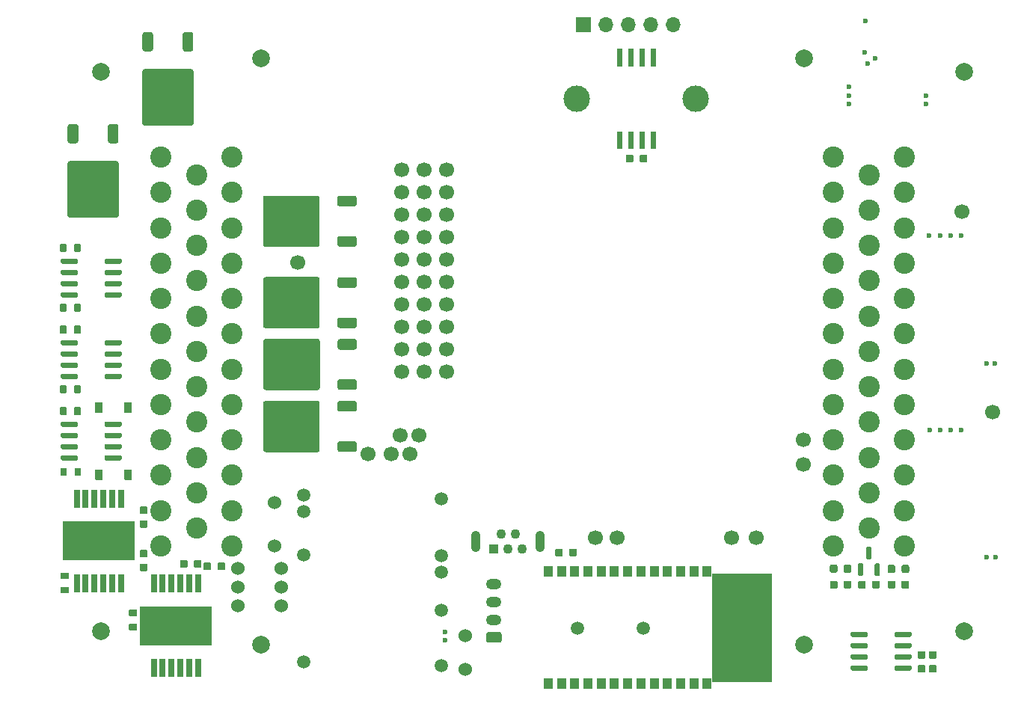
<source format=gts>
G04 #@! TF.GenerationSoftware,KiCad,Pcbnew,8.0.8-8.0.8-0~ubuntu24.04.1*
G04 #@! TF.CreationDate,2025-02-06T10:14:42+00:00*
G04 #@! TF.ProjectId,MST01,4d535430-312e-46b6-9963-61645f706362,D*
G04 #@! TF.SameCoordinates,PX440a368PY8a86a58*
G04 #@! TF.FileFunction,Soldermask,Top*
G04 #@! TF.FilePolarity,Negative*
%FSLAX46Y46*%
G04 Gerber Fmt 4.6, Leading zero omitted, Abs format (unit mm)*
G04 Created by KiCad (PCBNEW 8.0.8-8.0.8-0~ubuntu24.04.1) date 2025-02-06 10:14:42*
%MOMM*%
%LPD*%
G01*
G04 APERTURE LIST*
%ADD10C,0.120000*%
%ADD11C,3.000000*%
%ADD12C,1.700000*%
%ADD13C,0.600000*%
%ADD14R,1.100000X1.100000*%
%ADD15C,1.100000*%
%ADD16O,1.100000X2.400000*%
%ADD17C,2.000000*%
%ADD18C,2.400000*%
%ADD19C,1.500000*%
%ADD20R,0.650000X2.000000*%
%ADD21R,8.100000X4.500000*%
%ADD22R,1.000000X1.300000*%
%ADD23R,1.700000X1.700000*%
%ADD24O,1.700000X1.700000*%
%ADD25O,1.750000X1.200000*%
%ADD26C,1.524000*%
%ADD27C,0.599999*%
G04 APERTURE END LIST*
G04 #@! TO.C,U5*
D10*
X81450000Y13325000D02*
X74750000Y13325000D01*
X74750000Y1125000D01*
X81450000Y1125000D01*
X81450000Y13325000D01*
G36*
X81450000Y13325000D02*
G01*
X74750000Y13325000D01*
X74750000Y1125000D01*
X81450000Y1125000D01*
X81450000Y13325000D01*
G37*
G04 #@! TD*
D11*
G04 #@! TO.C,H1*
X59405000Y67055000D03*
G04 #@! TD*
G04 #@! TO.C,D8*
G36*
G01*
X91675000Y13020000D02*
X91375000Y13020000D01*
G75*
G02*
X91225000Y13170000I0J150000D01*
G01*
X91225000Y14345000D01*
G75*
G02*
X91375000Y14495000I150000J0D01*
G01*
X91675000Y14495000D01*
G75*
G02*
X91825000Y14345000I0J-150000D01*
G01*
X91825000Y13170000D01*
G75*
G02*
X91675000Y13020000I-150000J0D01*
G01*
G37*
G36*
G01*
X93575000Y13020000D02*
X93275000Y13020000D01*
G75*
G02*
X93125000Y13170000I0J150000D01*
G01*
X93125000Y14345000D01*
G75*
G02*
X93275000Y14495000I150000J0D01*
G01*
X93575000Y14495000D01*
G75*
G02*
X93725000Y14345000I0J-150000D01*
G01*
X93725000Y13170000D01*
G75*
G02*
X93575000Y13020000I-150000J0D01*
G01*
G37*
G36*
G01*
X92625000Y14895000D02*
X92325000Y14895000D01*
G75*
G02*
X92175000Y15045000I0J150000D01*
G01*
X92175000Y16220000D01*
G75*
G02*
X92325000Y16370000I150000J0D01*
G01*
X92625000Y16370000D01*
G75*
G02*
X92775000Y16220000I0J-150000D01*
G01*
X92775000Y15045000D01*
G75*
G02*
X92625000Y14895000I-150000J0D01*
G01*
G37*
G04 #@! TD*
G04 #@! TO.C,U7*
G36*
G01*
X990000Y30075000D02*
X990000Y30375000D01*
G75*
G02*
X1140000Y30525000I150000J0D01*
G01*
X2790000Y30525000D01*
G75*
G02*
X2940000Y30375000I0J-150000D01*
G01*
X2940000Y30075000D01*
G75*
G02*
X2790000Y29925000I-150000J0D01*
G01*
X1140000Y29925000D01*
G75*
G02*
X990000Y30075000I0J150000D01*
G01*
G37*
G36*
G01*
X990000Y28805000D02*
X990000Y29105000D01*
G75*
G02*
X1140000Y29255000I150000J0D01*
G01*
X2790000Y29255000D01*
G75*
G02*
X2940000Y29105000I0J-150000D01*
G01*
X2940000Y28805000D01*
G75*
G02*
X2790000Y28655000I-150000J0D01*
G01*
X1140000Y28655000D01*
G75*
G02*
X990000Y28805000I0J150000D01*
G01*
G37*
G36*
G01*
X990000Y27535000D02*
X990000Y27835000D01*
G75*
G02*
X1140000Y27985000I150000J0D01*
G01*
X2790000Y27985000D01*
G75*
G02*
X2940000Y27835000I0J-150000D01*
G01*
X2940000Y27535000D01*
G75*
G02*
X2790000Y27385000I-150000J0D01*
G01*
X1140000Y27385000D01*
G75*
G02*
X990000Y27535000I0J150000D01*
G01*
G37*
G36*
G01*
X990000Y26265000D02*
X990000Y26565000D01*
G75*
G02*
X1140000Y26715000I150000J0D01*
G01*
X2790000Y26715000D01*
G75*
G02*
X2940000Y26565000I0J-150000D01*
G01*
X2940000Y26265000D01*
G75*
G02*
X2790000Y26115000I-150000J0D01*
G01*
X1140000Y26115000D01*
G75*
G02*
X990000Y26265000I0J150000D01*
G01*
G37*
G36*
G01*
X5940000Y26265000D02*
X5940000Y26565000D01*
G75*
G02*
X6090000Y26715000I150000J0D01*
G01*
X7740000Y26715000D01*
G75*
G02*
X7890000Y26565000I0J-150000D01*
G01*
X7890000Y26265000D01*
G75*
G02*
X7740000Y26115000I-150000J0D01*
G01*
X6090000Y26115000D01*
G75*
G02*
X5940000Y26265000I0J150000D01*
G01*
G37*
G36*
G01*
X5940000Y27535000D02*
X5940000Y27835000D01*
G75*
G02*
X6090000Y27985000I150000J0D01*
G01*
X7740000Y27985000D01*
G75*
G02*
X7890000Y27835000I0J-150000D01*
G01*
X7890000Y27535000D01*
G75*
G02*
X7740000Y27385000I-150000J0D01*
G01*
X6090000Y27385000D01*
G75*
G02*
X5940000Y27535000I0J150000D01*
G01*
G37*
G36*
G01*
X5940000Y28805000D02*
X5940000Y29105000D01*
G75*
G02*
X6090000Y29255000I150000J0D01*
G01*
X7740000Y29255000D01*
G75*
G02*
X7890000Y29105000I0J-150000D01*
G01*
X7890000Y28805000D01*
G75*
G02*
X7740000Y28655000I-150000J0D01*
G01*
X6090000Y28655000D01*
G75*
G02*
X5940000Y28805000I0J150000D01*
G01*
G37*
G36*
G01*
X5940000Y30075000D02*
X5940000Y30375000D01*
G75*
G02*
X6090000Y30525000I150000J0D01*
G01*
X7740000Y30525000D01*
G75*
G02*
X7890000Y30375000I0J-150000D01*
G01*
X7890000Y30075000D01*
G75*
G02*
X7740000Y29925000I-150000J0D01*
G01*
X6090000Y29925000D01*
G75*
G02*
X5940000Y30075000I0J150000D01*
G01*
G37*
G04 #@! TD*
D12*
G04 #@! TO.C,P9*
X27795000Y48545000D03*
G04 #@! TD*
G04 #@! TO.C,C27*
G36*
G01*
X67400001Y60629994D02*
X67400001Y59949994D01*
G75*
G02*
X67315001Y59864994I-85000J0D01*
G01*
X66635001Y59864994D01*
G75*
G02*
X66550001Y59949994I0J85000D01*
G01*
X66550001Y60629994D01*
G75*
G02*
X66635001Y60714994I85000J0D01*
G01*
X67315001Y60714994D01*
G75*
G02*
X67400001Y60629994I0J-85000D01*
G01*
G37*
G36*
G01*
X65819999Y60629994D02*
X65819999Y59949994D01*
G75*
G02*
X65734999Y59864994I-85000J0D01*
G01*
X65054999Y59864994D01*
G75*
G02*
X64969999Y59949994I0J85000D01*
G01*
X64969999Y60629994D01*
G75*
G02*
X65054999Y60714994I85000J0D01*
G01*
X65734999Y60714994D01*
G75*
G02*
X65819999Y60629994I0J-85000D01*
G01*
G37*
G04 #@! TD*
G04 #@! TO.C,U10*
G36*
G01*
X1005000Y39290000D02*
X1005000Y39590000D01*
G75*
G02*
X1155000Y39740000I150000J0D01*
G01*
X2805000Y39740000D01*
G75*
G02*
X2955000Y39590000I0J-150000D01*
G01*
X2955000Y39290000D01*
G75*
G02*
X2805000Y39140000I-150000J0D01*
G01*
X1155000Y39140000D01*
G75*
G02*
X1005000Y39290000I0J150000D01*
G01*
G37*
G36*
G01*
X1005000Y38020000D02*
X1005000Y38320000D01*
G75*
G02*
X1155000Y38470000I150000J0D01*
G01*
X2805000Y38470000D01*
G75*
G02*
X2955000Y38320000I0J-150000D01*
G01*
X2955000Y38020000D01*
G75*
G02*
X2805000Y37870000I-150000J0D01*
G01*
X1155000Y37870000D01*
G75*
G02*
X1005000Y38020000I0J150000D01*
G01*
G37*
G36*
G01*
X1005000Y36750000D02*
X1005000Y37050000D01*
G75*
G02*
X1155000Y37200000I150000J0D01*
G01*
X2805000Y37200000D01*
G75*
G02*
X2955000Y37050000I0J-150000D01*
G01*
X2955000Y36750000D01*
G75*
G02*
X2805000Y36600000I-150000J0D01*
G01*
X1155000Y36600000D01*
G75*
G02*
X1005000Y36750000I0J150000D01*
G01*
G37*
G36*
G01*
X1005000Y35480000D02*
X1005000Y35780000D01*
G75*
G02*
X1155000Y35930000I150000J0D01*
G01*
X2805000Y35930000D01*
G75*
G02*
X2955000Y35780000I0J-150000D01*
G01*
X2955000Y35480000D01*
G75*
G02*
X2805000Y35330000I-150000J0D01*
G01*
X1155000Y35330000D01*
G75*
G02*
X1005000Y35480000I0J150000D01*
G01*
G37*
G36*
G01*
X5955000Y35480000D02*
X5955000Y35780000D01*
G75*
G02*
X6105000Y35930000I150000J0D01*
G01*
X7755000Y35930000D01*
G75*
G02*
X7905000Y35780000I0J-150000D01*
G01*
X7905000Y35480000D01*
G75*
G02*
X7755000Y35330000I-150000J0D01*
G01*
X6105000Y35330000D01*
G75*
G02*
X5955000Y35480000I0J150000D01*
G01*
G37*
G36*
G01*
X5955000Y36750000D02*
X5955000Y37050000D01*
G75*
G02*
X6105000Y37200000I150000J0D01*
G01*
X7755000Y37200000D01*
G75*
G02*
X7905000Y37050000I0J-150000D01*
G01*
X7905000Y36750000D01*
G75*
G02*
X7755000Y36600000I-150000J0D01*
G01*
X6105000Y36600000D01*
G75*
G02*
X5955000Y36750000I0J150000D01*
G01*
G37*
G36*
G01*
X5955000Y38020000D02*
X5955000Y38320000D01*
G75*
G02*
X6105000Y38470000I150000J0D01*
G01*
X7755000Y38470000D01*
G75*
G02*
X7905000Y38320000I0J-150000D01*
G01*
X7905000Y38020000D01*
G75*
G02*
X7755000Y37870000I-150000J0D01*
G01*
X6105000Y37870000D01*
G75*
G02*
X5955000Y38020000I0J150000D01*
G01*
G37*
G36*
G01*
X5955000Y39290000D02*
X5955000Y39590000D01*
G75*
G02*
X6105000Y39740000I150000J0D01*
G01*
X7755000Y39740000D01*
G75*
G02*
X7905000Y39590000I0J-150000D01*
G01*
X7905000Y39290000D01*
G75*
G02*
X7755000Y39140000I-150000J0D01*
G01*
X6105000Y39140000D01*
G75*
G02*
X5955000Y39290000I0J150000D01*
G01*
G37*
G04 #@! TD*
G04 #@! TO.C,P10*
X35785000Y26875000D03*
G04 #@! TD*
G04 #@! TO.C,R31*
G36*
G01*
X935000Y40525000D02*
X935000Y41305000D01*
G75*
G02*
X1005000Y41375000I70000J0D01*
G01*
X1565000Y41375000D01*
G75*
G02*
X1635000Y41305000I0J-70000D01*
G01*
X1635000Y40525000D01*
G75*
G02*
X1565000Y40455000I-70000J0D01*
G01*
X1005000Y40455000D01*
G75*
G02*
X935000Y40525000I0J70000D01*
G01*
G37*
G36*
G01*
X2535000Y40525000D02*
X2535000Y41305000D01*
G75*
G02*
X2605000Y41375000I70000J0D01*
G01*
X3165000Y41375000D01*
G75*
G02*
X3235000Y41305000I0J-70000D01*
G01*
X3235000Y40525000D01*
G75*
G02*
X3165000Y40455000I-70000J0D01*
G01*
X2605000Y40455000D01*
G75*
G02*
X2535000Y40525000I0J70000D01*
G01*
G37*
G04 #@! TD*
G04 #@! TO.C,P8*
X76935000Y17375000D03*
G04 #@! TD*
G04 #@! TO.C,C30*
G36*
G01*
X97030001Y12415000D02*
X97030001Y11735000D01*
G75*
G02*
X96945001Y11650000I-85000J0D01*
G01*
X96265001Y11650000D01*
G75*
G02*
X96180001Y11735000I0J85000D01*
G01*
X96180001Y12415000D01*
G75*
G02*
X96265001Y12500000I85000J0D01*
G01*
X96945001Y12500000D01*
G75*
G02*
X97030001Y12415000I0J-85000D01*
G01*
G37*
G36*
G01*
X95449999Y12415000D02*
X95449999Y11735000D01*
G75*
G02*
X95364999Y11650000I-85000J0D01*
G01*
X94684999Y11650000D01*
G75*
G02*
X94599999Y11735000I0J85000D01*
G01*
X94599999Y12415000D01*
G75*
G02*
X94684999Y12500000I85000J0D01*
G01*
X95364999Y12500000D01*
G75*
G02*
X95449999Y12415000I0J-85000D01*
G01*
G37*
G04 #@! TD*
G04 #@! TO.C,P5*
X106455000Y31555000D03*
G04 #@! TD*
G04 #@! TO.C,Q8*
G36*
G01*
X6592500Y64208750D02*
X7292500Y64208750D01*
G75*
G02*
X7542500Y63958750I0J-250000D01*
G01*
X7542500Y62258750D01*
G75*
G02*
X7292500Y62008750I-250000J0D01*
G01*
X6592500Y62008750D01*
G75*
G02*
X6342500Y62258750I0J250000D01*
G01*
X6342500Y63958750D01*
G75*
G02*
X6592500Y64208750I250000J0D01*
G01*
G37*
G36*
G01*
X2012497Y60008750D02*
X7312503Y60008750D01*
G75*
G02*
X7562500Y59758753I0J-249997D01*
G01*
X7562500Y53858747D01*
G75*
G02*
X7312503Y53608750I-249997J0D01*
G01*
X2012497Y53608750D01*
G75*
G02*
X1762500Y53858747I0J249997D01*
G01*
X1762500Y59758753D01*
G75*
G02*
X2012497Y60008750I249997J0D01*
G01*
G37*
G36*
G01*
X2032500Y64208750D02*
X2732500Y64208750D01*
G75*
G02*
X2982500Y63958750I0J-250000D01*
G01*
X2982500Y62258750D01*
G75*
G02*
X2732500Y62008750I-250000J0D01*
G01*
X2032500Y62008750D01*
G75*
G02*
X1782500Y62258750I0J250000D01*
G01*
X1782500Y63958750D01*
G75*
G02*
X2032500Y64208750I250000J0D01*
G01*
G37*
G04 #@! TD*
G04 #@! TO.C,C26*
G36*
G01*
X10715000Y18489999D02*
X10035000Y18489999D01*
G75*
G02*
X9950000Y18574999I0J85000D01*
G01*
X9950000Y19254999D01*
G75*
G02*
X10035000Y19339999I85000J0D01*
G01*
X10715000Y19339999D01*
G75*
G02*
X10800000Y19254999I0J-85000D01*
G01*
X10800000Y18574999D01*
G75*
G02*
X10715000Y18489999I-85000J0D01*
G01*
G37*
G36*
G01*
X10715000Y20070001D02*
X10035000Y20070001D01*
G75*
G02*
X9950000Y20155001I0J85000D01*
G01*
X9950000Y20835001D01*
G75*
G02*
X10035000Y20920001I85000J0D01*
G01*
X10715000Y20920001D01*
G75*
G02*
X10800000Y20835001I0J-85000D01*
G01*
X10800000Y20155001D01*
G75*
G02*
X10715000Y20070001I-85000J0D01*
G01*
G37*
G04 #@! TD*
G04 #@! TO.C,C33*
G36*
G01*
X59400001Y16030000D02*
X59400001Y15350000D01*
G75*
G02*
X59315001Y15265000I-85000J0D01*
G01*
X58635001Y15265000D01*
G75*
G02*
X58550001Y15350000I0J85000D01*
G01*
X58550001Y16030000D01*
G75*
G02*
X58635001Y16115000I85000J0D01*
G01*
X59315001Y16115000D01*
G75*
G02*
X59400001Y16030000I0J-85000D01*
G01*
G37*
G36*
G01*
X57819999Y16030000D02*
X57819999Y15350000D01*
G75*
G02*
X57734999Y15265000I-85000J0D01*
G01*
X57054999Y15265000D01*
G75*
G02*
X56969999Y15350000I0J85000D01*
G01*
X56969999Y16030000D01*
G75*
G02*
X57054999Y16115000I85000J0D01*
G01*
X57734999Y16115000D01*
G75*
G02*
X57819999Y16030000I0J-85000D01*
G01*
G37*
G04 #@! TD*
G04 #@! TO.C,Q12*
G36*
G01*
X34515000Y28035000D02*
X34515000Y27335000D01*
G75*
G02*
X34265000Y27085000I-250000J0D01*
G01*
X32565000Y27085000D01*
G75*
G02*
X32315000Y27335000I0J250000D01*
G01*
X32315000Y28035000D01*
G75*
G02*
X32565000Y28285000I250000J0D01*
G01*
X34265000Y28285000D01*
G75*
G02*
X34515000Y28035000I0J-250000D01*
G01*
G37*
G36*
G01*
X30315000Y32615003D02*
X30315000Y27314997D01*
G75*
G02*
X30065003Y27065000I-249997J0D01*
G01*
X24164997Y27065000D01*
G75*
G02*
X23915000Y27314997I0J249997D01*
G01*
X23915000Y32615003D01*
G75*
G02*
X24164997Y32865000I249997J0D01*
G01*
X30065003Y32865000D01*
G75*
G02*
X30315000Y32615003I0J-249997D01*
G01*
G37*
G36*
G01*
X34515000Y32595000D02*
X34515000Y31895000D01*
G75*
G02*
X34265000Y31645000I-250000J0D01*
G01*
X32565000Y31645000D01*
G75*
G02*
X32315000Y31895000I0J250000D01*
G01*
X32315000Y32595000D01*
G75*
G02*
X32565000Y32845000I250000J0D01*
G01*
X34265000Y32845000D01*
G75*
G02*
X34515000Y32595000I0J-250000D01*
G01*
G37*
G04 #@! TD*
G04 #@! TO.C,C29*
G36*
G01*
X91269999Y11725000D02*
X91269999Y12405000D01*
G75*
G02*
X91354999Y12490000I85000J0D01*
G01*
X92034999Y12490000D01*
G75*
G02*
X92119999Y12405000I0J-85000D01*
G01*
X92119999Y11725000D01*
G75*
G02*
X92034999Y11640000I-85000J0D01*
G01*
X91354999Y11640000D01*
G75*
G02*
X91269999Y11725000I0J85000D01*
G01*
G37*
G36*
G01*
X92850001Y11725000D02*
X92850001Y12405000D01*
G75*
G02*
X92935001Y12490000I85000J0D01*
G01*
X93615001Y12490000D01*
G75*
G02*
X93700001Y12405000I0J-85000D01*
G01*
X93700001Y11725000D01*
G75*
G02*
X93615001Y11640000I-85000J0D01*
G01*
X92935001Y11640000D01*
G75*
G02*
X92850001Y11725000I0J85000D01*
G01*
G37*
G04 #@! TD*
G04 #@! TO.C,Q10*
G36*
G01*
X34515000Y42055000D02*
X34515000Y41355000D01*
G75*
G02*
X34265000Y41105000I-250000J0D01*
G01*
X32565000Y41105000D01*
G75*
G02*
X32315000Y41355000I0J250000D01*
G01*
X32315000Y42055000D01*
G75*
G02*
X32565000Y42305000I250000J0D01*
G01*
X34265000Y42305000D01*
G75*
G02*
X34515000Y42055000I0J-250000D01*
G01*
G37*
G36*
G01*
X30315000Y46635003D02*
X30315000Y41334997D01*
G75*
G02*
X30065003Y41085000I-249997J0D01*
G01*
X24164997Y41085000D01*
G75*
G02*
X23915000Y41334997I0J249997D01*
G01*
X23915000Y46635003D01*
G75*
G02*
X24164997Y46885000I249997J0D01*
G01*
X30065003Y46885000D01*
G75*
G02*
X30315000Y46635003I0J-249997D01*
G01*
G37*
G36*
G01*
X34515000Y46615000D02*
X34515000Y45915000D01*
G75*
G02*
X34265000Y45665000I-250000J0D01*
G01*
X32565000Y45665000D01*
G75*
G02*
X32315000Y45915000I0J250000D01*
G01*
X32315000Y46615000D01*
G75*
G02*
X32565000Y46865000I250000J0D01*
G01*
X34265000Y46865000D01*
G75*
G02*
X34515000Y46615000I0J-250000D01*
G01*
G37*
G04 #@! TD*
G04 #@! TO.C,U4*
G36*
G01*
X97315000Y2770000D02*
X97315000Y2470000D01*
G75*
G02*
X97165000Y2320000I-150000J0D01*
G01*
X95515000Y2320000D01*
G75*
G02*
X95365000Y2470000I0J150000D01*
G01*
X95365000Y2770000D01*
G75*
G02*
X95515000Y2920000I150000J0D01*
G01*
X97165000Y2920000D01*
G75*
G02*
X97315000Y2770000I0J-150000D01*
G01*
G37*
G36*
G01*
X97315000Y4040000D02*
X97315000Y3740000D01*
G75*
G02*
X97165000Y3590000I-150000J0D01*
G01*
X95515000Y3590000D01*
G75*
G02*
X95365000Y3740000I0J150000D01*
G01*
X95365000Y4040000D01*
G75*
G02*
X95515000Y4190000I150000J0D01*
G01*
X97165000Y4190000D01*
G75*
G02*
X97315000Y4040000I0J-150000D01*
G01*
G37*
G36*
G01*
X97315000Y5310000D02*
X97315000Y5010000D01*
G75*
G02*
X97165000Y4860000I-150000J0D01*
G01*
X95515000Y4860000D01*
G75*
G02*
X95365000Y5010000I0J150000D01*
G01*
X95365000Y5310000D01*
G75*
G02*
X95515000Y5460000I150000J0D01*
G01*
X97165000Y5460000D01*
G75*
G02*
X97315000Y5310000I0J-150000D01*
G01*
G37*
G36*
G01*
X97315000Y6580000D02*
X97315000Y6280000D01*
G75*
G02*
X97165000Y6130000I-150000J0D01*
G01*
X95515000Y6130000D01*
G75*
G02*
X95365000Y6280000I0J150000D01*
G01*
X95365000Y6580000D01*
G75*
G02*
X95515000Y6730000I150000J0D01*
G01*
X97165000Y6730000D01*
G75*
G02*
X97315000Y6580000I0J-150000D01*
G01*
G37*
G36*
G01*
X92365000Y6580000D02*
X92365000Y6280000D01*
G75*
G02*
X92215000Y6130000I-150000J0D01*
G01*
X90565000Y6130000D01*
G75*
G02*
X90415000Y6280000I0J150000D01*
G01*
X90415000Y6580000D01*
G75*
G02*
X90565000Y6730000I150000J0D01*
G01*
X92215000Y6730000D01*
G75*
G02*
X92365000Y6580000I0J-150000D01*
G01*
G37*
G36*
G01*
X92365000Y5310000D02*
X92365000Y5010000D01*
G75*
G02*
X92215000Y4860000I-150000J0D01*
G01*
X90565000Y4860000D01*
G75*
G02*
X90415000Y5010000I0J150000D01*
G01*
X90415000Y5310000D01*
G75*
G02*
X90565000Y5460000I150000J0D01*
G01*
X92215000Y5460000D01*
G75*
G02*
X92365000Y5310000I0J-150000D01*
G01*
G37*
G36*
G01*
X92365000Y4040000D02*
X92365000Y3740000D01*
G75*
G02*
X92215000Y3590000I-150000J0D01*
G01*
X90565000Y3590000D01*
G75*
G02*
X90415000Y3740000I0J150000D01*
G01*
X90415000Y4040000D01*
G75*
G02*
X90565000Y4190000I150000J0D01*
G01*
X92215000Y4190000D01*
G75*
G02*
X92365000Y4040000I0J-150000D01*
G01*
G37*
G36*
G01*
X92365000Y2770000D02*
X92365000Y2470000D01*
G75*
G02*
X92215000Y2320000I-150000J0D01*
G01*
X90565000Y2320000D01*
G75*
G02*
X90415000Y2470000I0J150000D01*
G01*
X90415000Y2770000D01*
G75*
G02*
X90565000Y2920000I150000J0D01*
G01*
X92215000Y2920000D01*
G75*
G02*
X92365000Y2770000I0J-150000D01*
G01*
G37*
G04 #@! TD*
G04 #@! TO.C,C13*
G36*
G01*
X14499999Y14065000D02*
X14499999Y14745000D01*
G75*
G02*
X14584999Y14830000I85000J0D01*
G01*
X15264999Y14830000D01*
G75*
G02*
X15349999Y14745000I0J-85000D01*
G01*
X15349999Y14065000D01*
G75*
G02*
X15264999Y13980000I-85000J0D01*
G01*
X14584999Y13980000D01*
G75*
G02*
X14499999Y14065000I0J85000D01*
G01*
G37*
G36*
G01*
X16080001Y14065000D02*
X16080001Y14745000D01*
G75*
G02*
X16165001Y14830000I85000J0D01*
G01*
X16845001Y14830000D01*
G75*
G02*
X16930001Y14745000I0J-85000D01*
G01*
X16930001Y14065000D01*
G75*
G02*
X16845001Y13980000I-85000J0D01*
G01*
X16165001Y13980000D01*
G75*
G02*
X16080001Y14065000I0J85000D01*
G01*
G37*
G04 #@! TD*
G04 #@! TO.C,P15*
X38425000Y26865000D03*
G04 #@! TD*
G04 #@! TO.C,C31*
G36*
G01*
X100055000Y2099999D02*
X99375000Y2099999D01*
G75*
G02*
X99290000Y2184999I0J85000D01*
G01*
X99290000Y2864999D01*
G75*
G02*
X99375000Y2949999I85000J0D01*
G01*
X100055000Y2949999D01*
G75*
G02*
X100140000Y2864999I0J-85000D01*
G01*
X100140000Y2184999D01*
G75*
G02*
X100055000Y2099999I-85000J0D01*
G01*
G37*
G36*
G01*
X100055000Y3680001D02*
X99375000Y3680001D01*
G75*
G02*
X99290000Y3765001I0J85000D01*
G01*
X99290000Y4445001D01*
G75*
G02*
X99375000Y4530001I85000J0D01*
G01*
X100055000Y4530001D01*
G75*
G02*
X100140000Y4445001I0J-85000D01*
G01*
X100140000Y3765001D01*
G75*
G02*
X100055000Y3680001I-85000J0D01*
G01*
G37*
G04 #@! TD*
G04 #@! TO.C,P4*
X61505000Y17385000D03*
G04 #@! TD*
D13*
G04 #@! TO.C,M3*
X101755000Y29600000D03*
X102955000Y29600000D03*
X100555000Y29600000D03*
X99355000Y29600000D03*
X105815000Y15175000D03*
X106815000Y15175000D03*
G04 #@! TD*
G04 #@! TO.C,R10*
G36*
G01*
X935000Y31305000D02*
X935000Y32085000D01*
G75*
G02*
X1005000Y32155000I70000J0D01*
G01*
X1565000Y32155000D01*
G75*
G02*
X1635000Y32085000I0J-70000D01*
G01*
X1635000Y31305000D01*
G75*
G02*
X1565000Y31235000I-70000J0D01*
G01*
X1005000Y31235000D01*
G75*
G02*
X935000Y31305000I0J70000D01*
G01*
G37*
G36*
G01*
X2535000Y31305000D02*
X2535000Y32085000D01*
G75*
G02*
X2605000Y32155000I70000J0D01*
G01*
X3165000Y32155000D01*
G75*
G02*
X3235000Y32085000I0J-70000D01*
G01*
X3235000Y31305000D01*
G75*
G02*
X3165000Y31235000I-70000J0D01*
G01*
X2605000Y31235000D01*
G75*
G02*
X2535000Y31305000I0J70000D01*
G01*
G37*
G04 #@! TD*
D12*
G04 #@! TO.C,P17*
X39455000Y28935000D03*
G04 #@! TD*
D14*
G04 #@! TO.C,J8*
X50025000Y16070000D03*
D15*
X50825000Y17820000D03*
X51625000Y16070000D03*
X52425000Y17820000D03*
X53225000Y16070000D03*
D16*
X47975000Y16945000D03*
X55275000Y16945000D03*
G04 #@! TD*
G04 #@! TO.C,D2*
G36*
G01*
X4855000Y31615000D02*
X4855000Y32635000D01*
G75*
G02*
X4945000Y32725000I90000J0D01*
G01*
X5665000Y32725000D01*
G75*
G02*
X5755000Y32635000I0J-90000D01*
G01*
X5755000Y31615000D01*
G75*
G02*
X5665000Y31525000I-90000J0D01*
G01*
X4945000Y31525000D01*
G75*
G02*
X4855000Y31615000I0J90000D01*
G01*
G37*
G36*
G01*
X8155000Y31615000D02*
X8155000Y32635000D01*
G75*
G02*
X8245000Y32725000I90000J0D01*
G01*
X8965000Y32725000D01*
G75*
G02*
X9055000Y32635000I0J-90000D01*
G01*
X9055000Y31615000D01*
G75*
G02*
X8965000Y31525000I-90000J0D01*
G01*
X8245000Y31525000D01*
G75*
G02*
X8155000Y31615000I0J90000D01*
G01*
G37*
G04 #@! TD*
D13*
G04 #@! TO.C,M2*
X90215000Y66485000D03*
X90215000Y67435000D03*
X90215000Y68384998D03*
X98915000Y67385000D03*
X98915000Y66485000D03*
G04 #@! TD*
G04 #@! TO.C,C25*
G36*
G01*
X10035000Y16010001D02*
X10715000Y16010001D01*
G75*
G02*
X10800000Y15925001I0J-85000D01*
G01*
X10800000Y15245001D01*
G75*
G02*
X10715000Y15160001I-85000J0D01*
G01*
X10035000Y15160001D01*
G75*
G02*
X9950000Y15245001I0J85000D01*
G01*
X9950000Y15925001D01*
G75*
G02*
X10035000Y16010001I85000J0D01*
G01*
G37*
G36*
G01*
X10035000Y14429999D02*
X10715000Y14429999D01*
G75*
G02*
X10800000Y14344999I0J-85000D01*
G01*
X10800000Y13664999D01*
G75*
G02*
X10715000Y13579999I-85000J0D01*
G01*
X10035000Y13579999D01*
G75*
G02*
X9950000Y13664999I0J85000D01*
G01*
X9950000Y14344999D01*
G75*
G02*
X10035000Y14429999I85000J0D01*
G01*
G37*
G04 #@! TD*
D12*
G04 #@! TO.C,P18*
X41535000Y28935000D03*
G04 #@! TD*
D17*
G04 #@! TO.C,J2*
X85175000Y71655000D03*
X103275000Y70155000D03*
X103275000Y6755000D03*
X85175000Y5255000D03*
D18*
X96475000Y60455000D03*
X96475000Y56455000D03*
X96475000Y52455000D03*
X96475000Y48455000D03*
X96475000Y44455000D03*
X96475000Y40455000D03*
X96475000Y36455000D03*
X96475000Y32455000D03*
X96475000Y28455000D03*
X96475000Y24455000D03*
X96475000Y20455000D03*
X96475000Y16455000D03*
X92475000Y58455000D03*
X92475000Y54455000D03*
X92475000Y50455000D03*
X92475000Y46455000D03*
X92475000Y42455000D03*
X92475000Y38455000D03*
X92475000Y34455000D03*
X92475000Y30455000D03*
X92475000Y26455000D03*
X92475000Y22455000D03*
X92475000Y18455000D03*
X88475000Y60455000D03*
X88475000Y56455000D03*
X88475000Y52455000D03*
X88475000Y48455000D03*
X88475000Y44455000D03*
X88475000Y40455000D03*
X88475000Y36455000D03*
X88475000Y32455000D03*
X88475000Y28455000D03*
X88475000Y24455000D03*
X88475000Y20455000D03*
X88475000Y16455000D03*
G04 #@! TD*
D19*
G04 #@! TO.C,M1*
X44039995Y21739999D03*
X44039995Y15340002D03*
X44039995Y13439999D03*
X44039995Y9139999D03*
D13*
X44489994Y6740002D03*
X44489994Y5740001D03*
D19*
X44039995Y2889999D03*
X28539998Y22190001D03*
X28539998Y20340002D03*
X28539998Y15389999D03*
X28539998Y3340001D03*
G04 #@! TD*
D12*
G04 #@! TO.C,P6*
X103035000Y54265000D03*
G04 #@! TD*
G04 #@! TO.C,R9*
G36*
G01*
X8795000Y9215000D02*
X9575000Y9215000D01*
G75*
G02*
X9645000Y9145000I0J-70000D01*
G01*
X9645000Y8585000D01*
G75*
G02*
X9575000Y8515000I-70000J0D01*
G01*
X8795000Y8515000D01*
G75*
G02*
X8725000Y8585000I0J70000D01*
G01*
X8725000Y9145000D01*
G75*
G02*
X8795000Y9215000I70000J0D01*
G01*
G37*
G36*
G01*
X8795000Y7615000D02*
X9575000Y7615000D01*
G75*
G02*
X9645000Y7545000I0J-70000D01*
G01*
X9645000Y6985000D01*
G75*
G02*
X9575000Y6915000I-70000J0D01*
G01*
X8795000Y6915000D01*
G75*
G02*
X8725000Y6985000I0J70000D01*
G01*
X8725000Y7545000D01*
G75*
G02*
X8795000Y7615000I70000J0D01*
G01*
G37*
G04 #@! TD*
G04 #@! TO.C,C32*
G36*
G01*
X98759994Y2099999D02*
X98079994Y2099999D01*
G75*
G02*
X97994994Y2184999I0J85000D01*
G01*
X97994994Y2864999D01*
G75*
G02*
X98079994Y2949999I85000J0D01*
G01*
X98759994Y2949999D01*
G75*
G02*
X98844994Y2864999I0J-85000D01*
G01*
X98844994Y2184999D01*
G75*
G02*
X98759994Y2099999I-85000J0D01*
G01*
G37*
G36*
G01*
X98759994Y3680001D02*
X98079994Y3680001D01*
G75*
G02*
X97994994Y3765001I0J85000D01*
G01*
X97994994Y4445001D01*
G75*
G02*
X98079994Y4530001I85000J0D01*
G01*
X98759994Y4530001D01*
G75*
G02*
X98844994Y4445001I0J-85000D01*
G01*
X98844994Y3765001D01*
G75*
G02*
X98759994Y3680001I-85000J0D01*
G01*
G37*
G04 #@! TD*
G04 #@! TO.C,R16*
G36*
G01*
X3235000Y43785000D02*
X3235000Y43005000D01*
G75*
G02*
X3165000Y42935000I-70000J0D01*
G01*
X2605000Y42935000D01*
G75*
G02*
X2535000Y43005000I0J70000D01*
G01*
X2535000Y43785000D01*
G75*
G02*
X2605000Y43855000I70000J0D01*
G01*
X3165000Y43855000D01*
G75*
G02*
X3235000Y43785000I0J-70000D01*
G01*
G37*
G36*
G01*
X1635000Y43785000D02*
X1635000Y43005000D01*
G75*
G02*
X1565000Y42935000I-70000J0D01*
G01*
X1005000Y42935000D01*
G75*
G02*
X935000Y43005000I0J70000D01*
G01*
X935000Y43785000D01*
G75*
G02*
X1005000Y43855000I70000J0D01*
G01*
X1565000Y43855000D01*
G75*
G02*
X1635000Y43785000I0J-70000D01*
G01*
G37*
G04 #@! TD*
G04 #@! TO.C,P1*
X85025000Y28465000D03*
G04 #@! TD*
D11*
G04 #@! TO.C,H2*
X72905000Y67055000D03*
G04 #@! TD*
G04 #@! TO.C,L2*
G36*
G01*
X88050000Y13608750D02*
X88050000Y14121250D01*
G75*
G02*
X88268750Y14340000I218750J0D01*
G01*
X88706250Y14340000D01*
G75*
G02*
X88925000Y14121250I0J-218750D01*
G01*
X88925000Y13608750D01*
G75*
G02*
X88706250Y13390000I-218750J0D01*
G01*
X88268750Y13390000D01*
G75*
G02*
X88050000Y13608750I0J218750D01*
G01*
G37*
G36*
G01*
X89625000Y13608750D02*
X89625000Y14121250D01*
G75*
G02*
X89843750Y14340000I218750J0D01*
G01*
X90281250Y14340000D01*
G75*
G02*
X90500000Y14121250I0J-218750D01*
G01*
X90500000Y13608750D01*
G75*
G02*
X90281250Y13390000I-218750J0D01*
G01*
X89843750Y13390000D01*
G75*
G02*
X89625000Y13608750I0J218750D01*
G01*
G37*
G04 #@! TD*
G04 #@! TO.C,R15*
G36*
G01*
X3235000Y50565000D02*
X3235000Y49785000D01*
G75*
G02*
X3165000Y49715000I-70000J0D01*
G01*
X2605000Y49715000D01*
G75*
G02*
X2535000Y49785000I0J70000D01*
G01*
X2535000Y50565000D01*
G75*
G02*
X2605000Y50635000I70000J0D01*
G01*
X3165000Y50635000D01*
G75*
G02*
X3235000Y50565000I0J-70000D01*
G01*
G37*
G36*
G01*
X1635000Y50565000D02*
X1635000Y49785000D01*
G75*
G02*
X1565000Y49715000I-70000J0D01*
G01*
X1005000Y49715000D01*
G75*
G02*
X935000Y49785000I0J70000D01*
G01*
X935000Y50565000D01*
G75*
G02*
X1005000Y50635000I70000J0D01*
G01*
X1565000Y50635000D01*
G75*
G02*
X1635000Y50565000I0J-70000D01*
G01*
G37*
G04 #@! TD*
D12*
G04 #@! TO.C,G3*
X39625000Y36155000D03*
X39625000Y38695000D03*
X39625000Y41235000D03*
X39625000Y43775000D03*
X39625000Y46315000D03*
X42165000Y36155000D03*
X42165000Y38695000D03*
X42165000Y41235000D03*
X42165000Y43775000D03*
X42165000Y46315000D03*
X44705000Y36155000D03*
X44705000Y38695000D03*
X44705000Y41235000D03*
X44705000Y43775000D03*
X44705000Y46315000D03*
G04 #@! TD*
G04 #@! TO.C,P3*
X64005000Y17385000D03*
G04 #@! TD*
G04 #@! TO.C,R11*
G36*
G01*
X955000Y24435000D02*
X955000Y25215000D01*
G75*
G02*
X1025000Y25285000I70000J0D01*
G01*
X1585000Y25285000D01*
G75*
G02*
X1655000Y25215000I0J-70000D01*
G01*
X1655000Y24435000D01*
G75*
G02*
X1585000Y24365000I-70000J0D01*
G01*
X1025000Y24365000D01*
G75*
G02*
X955000Y24435000I0J70000D01*
G01*
G37*
G36*
G01*
X2555000Y24435000D02*
X2555000Y25215000D01*
G75*
G02*
X2625000Y25285000I70000J0D01*
G01*
X3185000Y25285000D01*
G75*
G02*
X3255000Y25215000I0J-70000D01*
G01*
X3255000Y24435000D01*
G75*
G02*
X3185000Y24365000I-70000J0D01*
G01*
X2625000Y24365000D01*
G75*
G02*
X2555000Y24435000I0J70000D01*
G01*
G37*
G04 #@! TD*
G04 #@! TO.C,D3*
G36*
G01*
X4860000Y24005000D02*
X4860000Y25025000D01*
G75*
G02*
X4950000Y25115000I90000J0D01*
G01*
X5670000Y25115000D01*
G75*
G02*
X5760000Y25025000I0J-90000D01*
G01*
X5760000Y24005000D01*
G75*
G02*
X5670000Y23915000I-90000J0D01*
G01*
X4950000Y23915000D01*
G75*
G02*
X4860000Y24005000I0J90000D01*
G01*
G37*
G36*
G01*
X8160000Y24005000D02*
X8160000Y25025000D01*
G75*
G02*
X8250000Y25115000I90000J0D01*
G01*
X8970000Y25115000D01*
G75*
G02*
X9060000Y25025000I0J-90000D01*
G01*
X9060000Y24005000D01*
G75*
G02*
X8970000Y23915000I-90000J0D01*
G01*
X8250000Y23915000D01*
G75*
G02*
X8160000Y24005000I0J90000D01*
G01*
G37*
G04 #@! TD*
D20*
G04 #@! TO.C,U1*
X11535000Y2605000D03*
X12535000Y2605000D03*
X13535000Y2605000D03*
X14535000Y2605000D03*
X15535000Y2605000D03*
X16535000Y2605000D03*
X16535000Y12205000D03*
X15535000Y12205000D03*
X14535000Y12205000D03*
X13535000Y12205000D03*
X12535000Y12205000D03*
X11535000Y12205000D03*
D21*
X14035000Y7405000D03*
G04 #@! TD*
D20*
G04 #@! TO.C,U2*
X2815000Y12205000D03*
X3815000Y12205000D03*
X4815000Y12205000D03*
X5815000Y12205000D03*
X6815000Y12205000D03*
X7815000Y12205000D03*
X7815000Y21805000D03*
X6815000Y21805000D03*
X5815000Y21805000D03*
X4815000Y21805000D03*
X3815000Y21805000D03*
X2815000Y21805000D03*
D21*
X5315000Y17005000D03*
G04 #@! TD*
G04 #@! TO.C,R32*
G36*
G01*
X935000Y33775000D02*
X935000Y34555000D01*
G75*
G02*
X1005000Y34625000I70000J0D01*
G01*
X1565000Y34625000D01*
G75*
G02*
X1635000Y34555000I0J-70000D01*
G01*
X1635000Y33775000D01*
G75*
G02*
X1565000Y33705000I-70000J0D01*
G01*
X1005000Y33705000D01*
G75*
G02*
X935000Y33775000I0J70000D01*
G01*
G37*
G36*
G01*
X2535000Y33775000D02*
X2535000Y34555000D01*
G75*
G02*
X2605000Y34625000I70000J0D01*
G01*
X3165000Y34625000D01*
G75*
G02*
X3235000Y34555000I0J-70000D01*
G01*
X3235000Y33775000D01*
G75*
G02*
X3165000Y33705000I-70000J0D01*
G01*
X2605000Y33705000D01*
G75*
G02*
X2535000Y33775000I0J70000D01*
G01*
G37*
G04 #@! TD*
G04 #@! TO.C,C28*
G36*
G01*
X88069999Y11725000D02*
X88069999Y12405000D01*
G75*
G02*
X88154999Y12490000I85000J0D01*
G01*
X88834999Y12490000D01*
G75*
G02*
X88919999Y12405000I0J-85000D01*
G01*
X88919999Y11725000D01*
G75*
G02*
X88834999Y11640000I-85000J0D01*
G01*
X88154999Y11640000D01*
G75*
G02*
X88069999Y11725000I0J85000D01*
G01*
G37*
G36*
G01*
X89650001Y11725000D02*
X89650001Y12405000D01*
G75*
G02*
X89735001Y12490000I85000J0D01*
G01*
X90415001Y12490000D01*
G75*
G02*
X90500001Y12405000I0J-85000D01*
G01*
X90500001Y11725000D01*
G75*
G02*
X90415001Y11640000I-85000J0D01*
G01*
X89735001Y11640000D01*
G75*
G02*
X89650001Y11725000I0J85000D01*
G01*
G37*
G04 #@! TD*
D12*
G04 #@! TO.C,P7*
X79715000Y17375000D03*
G04 #@! TD*
G04 #@! TO.C,Q9*
G36*
G01*
X34495000Y51275000D02*
X34495000Y50575000D01*
G75*
G02*
X34245000Y50325000I-250000J0D01*
G01*
X32545000Y50325000D01*
G75*
G02*
X32295000Y50575000I0J250000D01*
G01*
X32295000Y51275000D01*
G75*
G02*
X32545000Y51525000I250000J0D01*
G01*
X34245000Y51525000D01*
G75*
G02*
X34495000Y51275000I0J-250000D01*
G01*
G37*
G36*
G01*
X30295000Y55855003D02*
X30295000Y50554997D01*
G75*
G02*
X30045003Y50305000I-249997J0D01*
G01*
X24144997Y50305000D01*
G75*
G02*
X23895000Y50554997I0J249997D01*
G01*
X23895000Y55855003D01*
G75*
G02*
X24144997Y56105000I249997J0D01*
G01*
X30045003Y56105000D01*
G75*
G02*
X30295000Y55855003I0J-249997D01*
G01*
G37*
G36*
G01*
X34495000Y55835000D02*
X34495000Y55135000D01*
G75*
G02*
X34245000Y54885000I-250000J0D01*
G01*
X32545000Y54885000D01*
G75*
G02*
X32295000Y55135000I0J250000D01*
G01*
X32295000Y55835000D01*
G75*
G02*
X32545000Y56085000I250000J0D01*
G01*
X34245000Y56085000D01*
G75*
G02*
X34495000Y55835000I0J-250000D01*
G01*
G37*
G04 #@! TD*
G04 #@! TO.C,U6*
G36*
G01*
X1005000Y48510000D02*
X1005000Y48810000D01*
G75*
G02*
X1155000Y48960000I150000J0D01*
G01*
X2805000Y48960000D01*
G75*
G02*
X2955000Y48810000I0J-150000D01*
G01*
X2955000Y48510000D01*
G75*
G02*
X2805000Y48360000I-150000J0D01*
G01*
X1155000Y48360000D01*
G75*
G02*
X1005000Y48510000I0J150000D01*
G01*
G37*
G36*
G01*
X1005000Y47240000D02*
X1005000Y47540000D01*
G75*
G02*
X1155000Y47690000I150000J0D01*
G01*
X2805000Y47690000D01*
G75*
G02*
X2955000Y47540000I0J-150000D01*
G01*
X2955000Y47240000D01*
G75*
G02*
X2805000Y47090000I-150000J0D01*
G01*
X1155000Y47090000D01*
G75*
G02*
X1005000Y47240000I0J150000D01*
G01*
G37*
G36*
G01*
X1005000Y45970000D02*
X1005000Y46270000D01*
G75*
G02*
X1155000Y46420000I150000J0D01*
G01*
X2805000Y46420000D01*
G75*
G02*
X2955000Y46270000I0J-150000D01*
G01*
X2955000Y45970000D01*
G75*
G02*
X2805000Y45820000I-150000J0D01*
G01*
X1155000Y45820000D01*
G75*
G02*
X1005000Y45970000I0J150000D01*
G01*
G37*
G36*
G01*
X1005000Y44700000D02*
X1005000Y45000000D01*
G75*
G02*
X1155000Y45150000I150000J0D01*
G01*
X2805000Y45150000D01*
G75*
G02*
X2955000Y45000000I0J-150000D01*
G01*
X2955000Y44700000D01*
G75*
G02*
X2805000Y44550000I-150000J0D01*
G01*
X1155000Y44550000D01*
G75*
G02*
X1005000Y44700000I0J150000D01*
G01*
G37*
G36*
G01*
X5955000Y44700000D02*
X5955000Y45000000D01*
G75*
G02*
X6105000Y45150000I150000J0D01*
G01*
X7755000Y45150000D01*
G75*
G02*
X7905000Y45000000I0J-150000D01*
G01*
X7905000Y44700000D01*
G75*
G02*
X7755000Y44550000I-150000J0D01*
G01*
X6105000Y44550000D01*
G75*
G02*
X5955000Y44700000I0J150000D01*
G01*
G37*
G36*
G01*
X5955000Y45970000D02*
X5955000Y46270000D01*
G75*
G02*
X6105000Y46420000I150000J0D01*
G01*
X7755000Y46420000D01*
G75*
G02*
X7905000Y46270000I0J-150000D01*
G01*
X7905000Y45970000D01*
G75*
G02*
X7755000Y45820000I-150000J0D01*
G01*
X6105000Y45820000D01*
G75*
G02*
X5955000Y45970000I0J150000D01*
G01*
G37*
G36*
G01*
X5955000Y47240000D02*
X5955000Y47540000D01*
G75*
G02*
X6105000Y47690000I150000J0D01*
G01*
X7755000Y47690000D01*
G75*
G02*
X7905000Y47540000I0J-150000D01*
G01*
X7905000Y47240000D01*
G75*
G02*
X7755000Y47090000I-150000J0D01*
G01*
X6105000Y47090000D01*
G75*
G02*
X5955000Y47240000I0J150000D01*
G01*
G37*
G36*
G01*
X5955000Y48510000D02*
X5955000Y48810000D01*
G75*
G02*
X6105000Y48960000I150000J0D01*
G01*
X7755000Y48960000D01*
G75*
G02*
X7905000Y48810000I0J-150000D01*
G01*
X7905000Y48510000D01*
G75*
G02*
X7755000Y48360000I-150000J0D01*
G01*
X6105000Y48360000D01*
G75*
G02*
X5955000Y48510000I0J150000D01*
G01*
G37*
G04 #@! TD*
G04 #@! TO.C,L1*
G36*
G01*
X97040000Y14101250D02*
X97040000Y13588750D01*
G75*
G02*
X96821250Y13370000I-218750J0D01*
G01*
X96383750Y13370000D01*
G75*
G02*
X96165000Y13588750I0J218750D01*
G01*
X96165000Y14101250D01*
G75*
G02*
X96383750Y14320000I218750J0D01*
G01*
X96821250Y14320000D01*
G75*
G02*
X97040000Y14101250I0J-218750D01*
G01*
G37*
G36*
G01*
X95465000Y14101250D02*
X95465000Y13588750D01*
G75*
G02*
X95246250Y13370000I-218750J0D01*
G01*
X94808750Y13370000D01*
G75*
G02*
X94590000Y13588750I0J218750D01*
G01*
X94590000Y14101250D01*
G75*
G02*
X94808750Y14320000I218750J0D01*
G01*
X95246250Y14320000D01*
G75*
G02*
X95465000Y14101250I0J-218750D01*
G01*
G37*
G04 #@! TD*
G04 #@! TO.C,Q11*
G36*
G01*
X34525000Y35055000D02*
X34525000Y34355000D01*
G75*
G02*
X34275000Y34105000I-250000J0D01*
G01*
X32575000Y34105000D01*
G75*
G02*
X32325000Y34355000I0J250000D01*
G01*
X32325000Y35055000D01*
G75*
G02*
X32575000Y35305000I250000J0D01*
G01*
X34275000Y35305000D01*
G75*
G02*
X34525000Y35055000I0J-250000D01*
G01*
G37*
G36*
G01*
X30325000Y39635003D02*
X30325000Y34334997D01*
G75*
G02*
X30075003Y34085000I-249997J0D01*
G01*
X24174997Y34085000D01*
G75*
G02*
X23925000Y34334997I0J249997D01*
G01*
X23925000Y39635003D01*
G75*
G02*
X24174997Y39885000I249997J0D01*
G01*
X30075003Y39885000D01*
G75*
G02*
X30325000Y39635003I0J-249997D01*
G01*
G37*
G36*
G01*
X34525000Y39615000D02*
X34525000Y38915000D01*
G75*
G02*
X34275000Y38665000I-250000J0D01*
G01*
X32575000Y38665000D01*
G75*
G02*
X32325000Y38915000I0J250000D01*
G01*
X32325000Y39615000D01*
G75*
G02*
X32575000Y39865000I250000J0D01*
G01*
X34275000Y39865000D01*
G75*
G02*
X34525000Y39615000I0J-250000D01*
G01*
G37*
G04 #@! TD*
D22*
G04 #@! TO.C,U5*
X74175000Y13575000D03*
X72675000Y13575000D03*
X71175000Y13575000D03*
X69675000Y13575000D03*
X68175000Y13575000D03*
X66675000Y13575000D03*
X65175000Y13575000D03*
X63675000Y13575000D03*
X62175000Y13575000D03*
X60675000Y13575000D03*
X59175000Y13575000D03*
X57675000Y13575000D03*
X56175000Y13575000D03*
X56175000Y875000D03*
X57675000Y875000D03*
X59175000Y875000D03*
X60675000Y875000D03*
X62175000Y875000D03*
X63675000Y875000D03*
X65175000Y875000D03*
X66675000Y875000D03*
X68175000Y875000D03*
X69675000Y875000D03*
X71175000Y875000D03*
X72675000Y875000D03*
X74175000Y875000D03*
G04 #@! TD*
G04 #@! TO.C,U12*
G36*
G01*
X64503700Y61365000D02*
X63996300Y61365000D01*
G75*
G02*
X63955000Y61406300I0J41300D01*
G01*
X63955000Y63343700D01*
G75*
G02*
X63996300Y63385000I41300J0D01*
G01*
X64503700Y63385000D01*
G75*
G02*
X64545000Y63343700I0J-41300D01*
G01*
X64545000Y61406300D01*
G75*
G02*
X64503700Y61365000I-41300J0D01*
G01*
G37*
G36*
G01*
X65773700Y61365000D02*
X65266300Y61365000D01*
G75*
G02*
X65225000Y61406300I0J41300D01*
G01*
X65225000Y63343700D01*
G75*
G02*
X65266300Y63385000I41300J0D01*
G01*
X65773700Y63385000D01*
G75*
G02*
X65815000Y63343700I0J-41300D01*
G01*
X65815000Y61406300D01*
G75*
G02*
X65773700Y61365000I-41300J0D01*
G01*
G37*
G36*
G01*
X67043700Y61365000D02*
X66536300Y61365000D01*
G75*
G02*
X66495000Y61406300I0J41300D01*
G01*
X66495000Y63343700D01*
G75*
G02*
X66536300Y63385000I41300J0D01*
G01*
X67043700Y63385000D01*
G75*
G02*
X67085000Y63343700I0J-41300D01*
G01*
X67085000Y61406300D01*
G75*
G02*
X67043700Y61365000I-41300J0D01*
G01*
G37*
G36*
G01*
X68313700Y61365000D02*
X67806300Y61365000D01*
G75*
G02*
X67765000Y61406300I0J41300D01*
G01*
X67765000Y63343700D01*
G75*
G02*
X67806300Y63385000I41300J0D01*
G01*
X68313700Y63385000D01*
G75*
G02*
X68355000Y63343700I0J-41300D01*
G01*
X68355000Y61406300D01*
G75*
G02*
X68313700Y61365000I-41300J0D01*
G01*
G37*
G36*
G01*
X68313700Y70725000D02*
X67806300Y70725000D01*
G75*
G02*
X67765000Y70766300I0J41300D01*
G01*
X67765000Y72703700D01*
G75*
G02*
X67806300Y72745000I41300J0D01*
G01*
X68313700Y72745000D01*
G75*
G02*
X68355000Y72703700I0J-41300D01*
G01*
X68355000Y70766300D01*
G75*
G02*
X68313700Y70725000I-41300J0D01*
G01*
G37*
G36*
G01*
X67043700Y70725000D02*
X66536300Y70725000D01*
G75*
G02*
X66495000Y70766300I0J41300D01*
G01*
X66495000Y72703700D01*
G75*
G02*
X66536300Y72745000I41300J0D01*
G01*
X67043700Y72745000D01*
G75*
G02*
X67085000Y72703700I0J-41300D01*
G01*
X67085000Y70766300D01*
G75*
G02*
X67043700Y70725000I-41300J0D01*
G01*
G37*
G36*
G01*
X65773700Y70725000D02*
X65266300Y70725000D01*
G75*
G02*
X65225000Y70766300I0J41300D01*
G01*
X65225000Y72703700D01*
G75*
G02*
X65266300Y72745000I41300J0D01*
G01*
X65773700Y72745000D01*
G75*
G02*
X65815000Y72703700I0J-41300D01*
G01*
X65815000Y70766300D01*
G75*
G02*
X65773700Y70725000I-41300J0D01*
G01*
G37*
G36*
G01*
X64503700Y70725000D02*
X63996300Y70725000D01*
G75*
G02*
X63955000Y70766300I0J41300D01*
G01*
X63955000Y72703700D01*
G75*
G02*
X63996300Y72745000I41300J0D01*
G01*
X64503700Y72745000D01*
G75*
G02*
X64545000Y72703700I0J-41300D01*
G01*
X64545000Y70766300D01*
G75*
G02*
X64503700Y70725000I-41300J0D01*
G01*
G37*
G04 #@! TD*
D23*
G04 #@! TO.C,J6*
X60175000Y75475000D03*
D24*
X62715000Y75475000D03*
X65255000Y75475000D03*
X67795000Y75475000D03*
X70335000Y75475000D03*
G04 #@! TD*
D13*
G04 #@! TO.C,M4*
X101710000Y51565000D03*
X102910000Y51565000D03*
X100510000Y51565000D03*
X99310000Y51565000D03*
X105770000Y37140000D03*
X106770000Y37140000D03*
G04 #@! TD*
G04 #@! TO.C,C12*
G36*
G01*
X19580001Y14455000D02*
X19580001Y13775000D01*
G75*
G02*
X19495001Y13690000I-85000J0D01*
G01*
X18815001Y13690000D01*
G75*
G02*
X18730001Y13775000I0J85000D01*
G01*
X18730001Y14455000D01*
G75*
G02*
X18815001Y14540000I85000J0D01*
G01*
X19495001Y14540000D01*
G75*
G02*
X19580001Y14455000I0J-85000D01*
G01*
G37*
G36*
G01*
X17999999Y14455000D02*
X17999999Y13775000D01*
G75*
G02*
X17914999Y13690000I-85000J0D01*
G01*
X17234999Y13690000D01*
G75*
G02*
X17149999Y13775000I0J85000D01*
G01*
X17149999Y14455000D01*
G75*
G02*
X17234999Y14540000I85000J0D01*
G01*
X17914999Y14540000D01*
G75*
G02*
X17999999Y14455000I0J-85000D01*
G01*
G37*
G04 #@! TD*
G04 #@! TO.C,J3*
G36*
G01*
X50650000Y5495000D02*
X49400000Y5495000D01*
G75*
G02*
X49150000Y5745000I0J250000D01*
G01*
X49150000Y6445000D01*
G75*
G02*
X49400000Y6695000I250000J0D01*
G01*
X50650000Y6695000D01*
G75*
G02*
X50900000Y6445000I0J-250000D01*
G01*
X50900000Y5745000D01*
G75*
G02*
X50650000Y5495000I-250000J0D01*
G01*
G37*
D25*
X50025000Y8095000D03*
X50025000Y10095000D03*
X50025000Y12095000D03*
G04 #@! TD*
G04 #@! TO.C,R14*
G36*
G01*
X1055000Y13395000D02*
X1835000Y13395000D01*
G75*
G02*
X1905000Y13325000I0J-70000D01*
G01*
X1905000Y12765000D01*
G75*
G02*
X1835000Y12695000I-70000J0D01*
G01*
X1055000Y12695000D01*
G75*
G02*
X985000Y12765000I0J70000D01*
G01*
X985000Y13325000D01*
G75*
G02*
X1055000Y13395000I70000J0D01*
G01*
G37*
G36*
G01*
X1055000Y11795000D02*
X1835000Y11795000D01*
G75*
G02*
X1905000Y11725000I0J-70000D01*
G01*
X1905000Y11165000D01*
G75*
G02*
X1835000Y11095000I-70000J0D01*
G01*
X1055000Y11095000D01*
G75*
G02*
X985000Y11165000I0J70000D01*
G01*
X985000Y11725000D01*
G75*
G02*
X1055000Y11795000I70000J0D01*
G01*
G37*
G04 #@! TD*
D12*
G04 #@! TO.C,P16*
X40485000Y26845000D03*
G04 #@! TD*
G04 #@! TO.C,Q7*
G36*
G01*
X15057500Y74621250D02*
X15757500Y74621250D01*
G75*
G02*
X16007500Y74371250I0J-250000D01*
G01*
X16007500Y72671250D01*
G75*
G02*
X15757500Y72421250I-250000J0D01*
G01*
X15057500Y72421250D01*
G75*
G02*
X14807500Y72671250I0J250000D01*
G01*
X14807500Y74371250D01*
G75*
G02*
X15057500Y74621250I250000J0D01*
G01*
G37*
G36*
G01*
X10477497Y70421250D02*
X15777503Y70421250D01*
G75*
G02*
X16027500Y70171253I0J-249997D01*
G01*
X16027500Y64271247D01*
G75*
G02*
X15777503Y64021250I-249997J0D01*
G01*
X10477497Y64021250D01*
G75*
G02*
X10227500Y64271247I0J249997D01*
G01*
X10227500Y70171253D01*
G75*
G02*
X10477497Y70421250I249997J0D01*
G01*
G37*
G36*
G01*
X10497500Y74621250D02*
X11197500Y74621250D01*
G75*
G02*
X11447500Y74371250I0J-250000D01*
G01*
X11447500Y72671250D01*
G75*
G02*
X11197500Y72421250I-250000J0D01*
G01*
X10497500Y72421250D01*
G75*
G02*
X10247500Y72671250I0J250000D01*
G01*
X10247500Y74371250D01*
G75*
G02*
X10497500Y74621250I250000J0D01*
G01*
G37*
G04 #@! TD*
D17*
G04 #@! TO.C,J1*
X23655000Y5255000D03*
X5555000Y6755000D03*
X5555000Y70155000D03*
X23655000Y71655000D03*
D18*
X12355000Y16455000D03*
X12355000Y20455000D03*
X12355000Y24455000D03*
X12355000Y28455000D03*
X12355000Y32455000D03*
X12355000Y36455000D03*
X12355000Y40455000D03*
X12355000Y44455000D03*
X12355000Y48455000D03*
X12355000Y52455000D03*
X12355000Y56455000D03*
X12355000Y60455000D03*
X16355000Y18455000D03*
X16355000Y22455000D03*
X16355000Y26455000D03*
X16355000Y30455000D03*
X16355000Y34455000D03*
X16355000Y38455000D03*
X16355000Y42455000D03*
X16355000Y46455000D03*
X16355000Y50455000D03*
X16355000Y54455000D03*
X16355000Y58455000D03*
X20355000Y16455000D03*
X20355000Y20455000D03*
X20355000Y24455000D03*
X20355000Y28455000D03*
X20355000Y32455000D03*
X20355000Y36455000D03*
X20355000Y40455000D03*
X20355000Y44455000D03*
X20355000Y48455000D03*
X20355000Y52455000D03*
X20355000Y56455000D03*
X20355000Y60455000D03*
G04 #@! TD*
D12*
G04 #@! TO.C,P2*
X85025000Y25685000D03*
G04 #@! TD*
G04 #@! TO.C,G4*
X39625000Y48855000D03*
X39625000Y51395000D03*
X39625000Y53935000D03*
X39625000Y56475000D03*
X39625000Y59015000D03*
X42165000Y48855000D03*
X42165000Y51395000D03*
X42165000Y53935000D03*
X42165000Y56475000D03*
X42165000Y59015000D03*
X44705000Y48855000D03*
X44705000Y51395000D03*
X44705000Y53935000D03*
X44705000Y56475000D03*
X44705000Y59015000D03*
G04 #@! TD*
D19*
G04 #@! TO.C,BT1*
X59455142Y7145000D03*
X66955000Y7145000D03*
G04 #@! TD*
D26*
G04 #@! TO.C,F4*
X25955000Y9645000D03*
X21055000Y9645000D03*
G04 #@! TD*
G04 #@! TO.C,F3*
X25965000Y11775000D03*
X21065000Y11775000D03*
G04 #@! TD*
D27*
G04 #@! TO.C,M7*
X92305000Y71082499D03*
X93180002Y71607499D03*
X92004998Y72357497D03*
X92080001Y75907498D03*
G04 #@! TD*
D26*
G04 #@! TO.C,F1*
X25185000Y16415000D03*
X25185000Y21315000D03*
G04 #@! TD*
G04 #@! TO.C,R4*
X46805000Y2450000D03*
X46805000Y6260000D03*
G04 #@! TD*
G04 #@! TO.C,F2*
X21065000Y13905000D03*
X25965000Y13905000D03*
G04 #@! TD*
M02*

</source>
